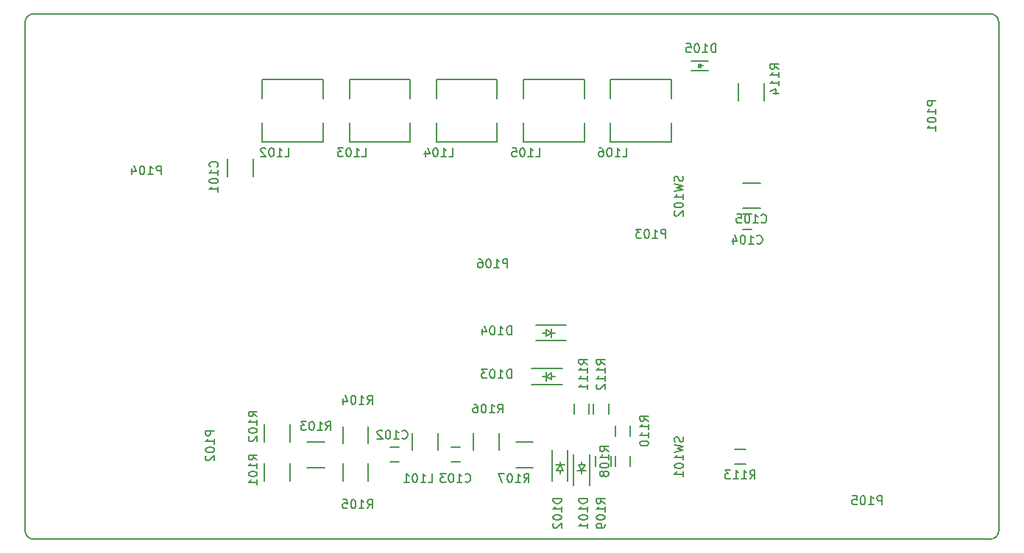
<source format=gbo>
G04 #@! TF.FileFunction,Legend,Bot*
%FSLAX46Y46*%
G04 Gerber Fmt 4.6, Leading zero omitted, Abs format (unit mm)*
G04 Created by KiCad (PCBNEW 4.0.2-stable) date Sun Jun 26 23:15:05 2016*
%MOMM*%
G01*
G04 APERTURE LIST*
%ADD10C,0.100000*%
%ADD11C,0.150000*%
G04 APERTURE END LIST*
D10*
D11*
X126760123Y-106415371D02*
X127760123Y-106415371D01*
X127760123Y-108115371D02*
X126760123Y-108115371D01*
X133760123Y-106415371D02*
X134760123Y-106415371D01*
X134760123Y-108115371D02*
X133760123Y-108115371D01*
X168306554Y-81299138D02*
X167306554Y-81299138D01*
X167306554Y-79599138D02*
X168306554Y-79599138D01*
X148760123Y-108447871D02*
X148760123Y-108066871D01*
X148760123Y-109463871D02*
X148760123Y-109082871D01*
X148760123Y-109082871D02*
X149141123Y-108447871D01*
X149141123Y-108447871D02*
X148379123Y-108447871D01*
X148379123Y-108447871D02*
X148760123Y-109082871D01*
X149268123Y-109082871D02*
X148252123Y-109082871D01*
X147860123Y-110765371D02*
X147860123Y-107225371D01*
X149660123Y-110765371D02*
X149660123Y-107225371D01*
X146260123Y-109082871D02*
X146260123Y-109463871D01*
X146260123Y-108066871D02*
X146260123Y-108447871D01*
X146260123Y-108447871D02*
X145879123Y-109082871D01*
X145879123Y-109082871D02*
X146641123Y-109082871D01*
X146641123Y-109082871D02*
X146260123Y-108447871D01*
X145752123Y-108447871D02*
X146768123Y-108447871D01*
X147160123Y-106765371D02*
X147160123Y-110305371D01*
X145360123Y-106765371D02*
X145360123Y-110305371D01*
X145327623Y-98265371D02*
X145708623Y-98265371D01*
X144311623Y-98265371D02*
X144692623Y-98265371D01*
X144692623Y-98265371D02*
X145327623Y-98646371D01*
X145327623Y-98646371D02*
X145327623Y-97884371D01*
X145327623Y-97884371D02*
X144692623Y-98265371D01*
X144692623Y-98773371D02*
X144692623Y-97757371D01*
X143010123Y-97365371D02*
X146550123Y-97365371D01*
X143010123Y-99165371D02*
X146550123Y-99165371D01*
X144692623Y-93265371D02*
X144311623Y-93265371D01*
X145708623Y-93265371D02*
X145327623Y-93265371D01*
X145327623Y-93265371D02*
X144692623Y-92884371D01*
X144692623Y-92884371D02*
X144692623Y-93646371D01*
X144692623Y-93646371D02*
X145327623Y-93265371D01*
X145327623Y-92757371D02*
X145327623Y-93773371D01*
X147010123Y-94165371D02*
X143470123Y-94165371D01*
X147010123Y-92365371D02*
X143470123Y-92365371D01*
X129285123Y-104765371D02*
X129285123Y-106765371D01*
X132235123Y-106765371D02*
X132235123Y-104765371D01*
X115235123Y-110265371D02*
X115235123Y-108265371D01*
X112285123Y-108265371D02*
X112285123Y-110265371D01*
X112285123Y-103815371D02*
X112285123Y-105815371D01*
X115235123Y-105815371D02*
X115235123Y-103815371D01*
X117210123Y-108740371D02*
X119210123Y-108740371D01*
X119210123Y-105790371D02*
X117210123Y-105790371D01*
X121285123Y-104015371D02*
X121285123Y-106015371D01*
X124235123Y-106015371D02*
X124235123Y-104015371D01*
X124235123Y-110265371D02*
X124235123Y-108265371D01*
X121285123Y-108265371D02*
X121285123Y-110265371D01*
X136285123Y-104765371D02*
X136285123Y-106765371D01*
X139235123Y-106765371D02*
X139235123Y-104765371D01*
X141210123Y-108740371D02*
X143210123Y-108740371D01*
X143210123Y-105790371D02*
X141210123Y-105790371D01*
X154385123Y-108615371D02*
X154385123Y-107415371D01*
X152635123Y-107415371D02*
X152635123Y-108615371D01*
X152135123Y-108615371D02*
X152135123Y-107415371D01*
X150385123Y-107415371D02*
X150385123Y-108615371D01*
X154385123Y-105115371D02*
X154385123Y-103915371D01*
X152635123Y-103915371D02*
X152635123Y-105115371D01*
X149635123Y-102615371D02*
X149635123Y-101415371D01*
X147885123Y-101415371D02*
X147885123Y-102615371D01*
X151885123Y-102615371D02*
X151885123Y-101415371D01*
X150135123Y-101415371D02*
X150135123Y-102615371D01*
X167600000Y-106625000D02*
X166400000Y-106625000D01*
X166400000Y-108375000D02*
X167600000Y-108375000D01*
X112006554Y-66199138D02*
X112006554Y-64099138D01*
X119006554Y-66199138D02*
X119006554Y-64099138D01*
X119006554Y-71299138D02*
X119006554Y-69199138D01*
X112006554Y-69199138D02*
X112006554Y-71299138D01*
X119006554Y-66199138D02*
X119006554Y-66299138D01*
X119006554Y-69199138D02*
X119006554Y-69099138D01*
X112006554Y-69199138D02*
X112006554Y-69099138D01*
X112006554Y-66199138D02*
X112006554Y-66299138D01*
X119006554Y-71299138D02*
X112006554Y-71299138D01*
X112006554Y-64099138D02*
X119006554Y-64099138D01*
X122056554Y-66199138D02*
X122056554Y-64099138D01*
X129056554Y-66199138D02*
X129056554Y-64099138D01*
X129056554Y-71299138D02*
X129056554Y-69199138D01*
X122056554Y-69199138D02*
X122056554Y-71299138D01*
X129056554Y-66199138D02*
X129056554Y-66299138D01*
X129056554Y-69199138D02*
X129056554Y-69099138D01*
X122056554Y-69199138D02*
X122056554Y-69099138D01*
X122056554Y-66199138D02*
X122056554Y-66299138D01*
X129056554Y-71299138D02*
X122056554Y-71299138D01*
X122056554Y-64099138D02*
X129056554Y-64099138D01*
X132056554Y-66199138D02*
X132056554Y-64099138D01*
X139056554Y-66199138D02*
X139056554Y-64099138D01*
X139056554Y-71299138D02*
X139056554Y-69199138D01*
X132056554Y-69199138D02*
X132056554Y-71299138D01*
X139056554Y-66199138D02*
X139056554Y-66299138D01*
X139056554Y-69199138D02*
X139056554Y-69099138D01*
X132056554Y-69199138D02*
X132056554Y-69099138D01*
X132056554Y-66199138D02*
X132056554Y-66299138D01*
X139056554Y-71299138D02*
X132056554Y-71299138D01*
X132056554Y-64099138D02*
X139056554Y-64099138D01*
X142056554Y-66199138D02*
X142056554Y-64099138D01*
X149056554Y-66199138D02*
X149056554Y-64099138D01*
X149056554Y-71299138D02*
X149056554Y-69199138D01*
X142056554Y-69199138D02*
X142056554Y-71299138D01*
X149056554Y-66199138D02*
X149056554Y-66299138D01*
X149056554Y-69199138D02*
X149056554Y-69099138D01*
X142056554Y-69199138D02*
X142056554Y-69099138D01*
X142056554Y-66199138D02*
X142056554Y-66299138D01*
X149056554Y-71299138D02*
X142056554Y-71299138D01*
X142056554Y-64099138D02*
X149056554Y-64099138D01*
X152056554Y-66199138D02*
X152056554Y-64099138D01*
X159056554Y-66199138D02*
X159056554Y-64099138D01*
X159056554Y-71299138D02*
X159056554Y-69199138D01*
X152056554Y-69199138D02*
X152056554Y-71299138D01*
X159056554Y-66199138D02*
X159056554Y-66299138D01*
X159056554Y-69199138D02*
X159056554Y-69099138D01*
X152056554Y-69199138D02*
X152056554Y-69099138D01*
X152056554Y-66199138D02*
X152056554Y-66299138D01*
X159056554Y-71299138D02*
X152056554Y-71299138D01*
X152056554Y-64099138D02*
X159056554Y-64099138D01*
X169306554Y-78924138D02*
X167306554Y-78924138D01*
X167306554Y-75974138D02*
X169306554Y-75974138D01*
X85750000Y-56500000D02*
X195750000Y-56500000D01*
X84750000Y-57500000D02*
X84750000Y-116000000D01*
X84750000Y-57500000D02*
G75*
G02X85750000Y-56500000I1000000J0D01*
G01*
X85750000Y-117000000D02*
X195750000Y-117000000D01*
X85750000Y-117000000D02*
G75*
G02X84750000Y-116000000I0J1000000D01*
G01*
X196750000Y-116000000D02*
X196750000Y-57500000D01*
X196750000Y-116000000D02*
G75*
G02X195750000Y-117000000I-1000000J0D01*
G01*
X195750000Y-56500000D02*
G75*
G02X196750000Y-57500000I0J-1000000D01*
G01*
X110975000Y-73250000D02*
X110975000Y-75250000D01*
X108025000Y-75250000D02*
X108025000Y-73250000D01*
X161400000Y-61950000D02*
X163300000Y-61950000D01*
X161400000Y-63050000D02*
X163300000Y-63050000D01*
X162300000Y-62500000D02*
X162750000Y-62500000D01*
X162250000Y-62750000D02*
X162250000Y-62250000D01*
X162250000Y-62500000D02*
X162500000Y-62750000D01*
X162500000Y-62750000D02*
X162500000Y-62250000D01*
X162500000Y-62250000D02*
X162250000Y-62500000D01*
X169725000Y-66500000D02*
X169725000Y-64500000D01*
X166775000Y-64500000D02*
X166775000Y-66500000D01*
X128119047Y-105357143D02*
X128166666Y-105404762D01*
X128309523Y-105452381D01*
X128404761Y-105452381D01*
X128547619Y-105404762D01*
X128642857Y-105309524D01*
X128690476Y-105214286D01*
X128738095Y-105023810D01*
X128738095Y-104880952D01*
X128690476Y-104690476D01*
X128642857Y-104595238D01*
X128547619Y-104500000D01*
X128404761Y-104452381D01*
X128309523Y-104452381D01*
X128166666Y-104500000D01*
X128119047Y-104547619D01*
X127166666Y-105452381D02*
X127738095Y-105452381D01*
X127452381Y-105452381D02*
X127452381Y-104452381D01*
X127547619Y-104595238D01*
X127642857Y-104690476D01*
X127738095Y-104738095D01*
X126547619Y-104452381D02*
X126452380Y-104452381D01*
X126357142Y-104500000D01*
X126309523Y-104547619D01*
X126261904Y-104642857D01*
X126214285Y-104833333D01*
X126214285Y-105071429D01*
X126261904Y-105261905D01*
X126309523Y-105357143D01*
X126357142Y-105404762D01*
X126452380Y-105452381D01*
X126547619Y-105452381D01*
X126642857Y-105404762D01*
X126690476Y-105357143D01*
X126738095Y-105261905D01*
X126785714Y-105071429D01*
X126785714Y-104833333D01*
X126738095Y-104642857D01*
X126690476Y-104547619D01*
X126642857Y-104500000D01*
X126547619Y-104452381D01*
X125833333Y-104547619D02*
X125785714Y-104500000D01*
X125690476Y-104452381D01*
X125452380Y-104452381D01*
X125357142Y-104500000D01*
X125309523Y-104547619D01*
X125261904Y-104642857D01*
X125261904Y-104738095D01*
X125309523Y-104880952D01*
X125880952Y-105452381D01*
X125261904Y-105452381D01*
X135379170Y-110357143D02*
X135426789Y-110404762D01*
X135569646Y-110452381D01*
X135664884Y-110452381D01*
X135807742Y-110404762D01*
X135902980Y-110309524D01*
X135950599Y-110214286D01*
X135998218Y-110023810D01*
X135998218Y-109880952D01*
X135950599Y-109690476D01*
X135902980Y-109595238D01*
X135807742Y-109500000D01*
X135664884Y-109452381D01*
X135569646Y-109452381D01*
X135426789Y-109500000D01*
X135379170Y-109547619D01*
X134426789Y-110452381D02*
X134998218Y-110452381D01*
X134712504Y-110452381D02*
X134712504Y-109452381D01*
X134807742Y-109595238D01*
X134902980Y-109690476D01*
X134998218Y-109738095D01*
X133807742Y-109452381D02*
X133712503Y-109452381D01*
X133617265Y-109500000D01*
X133569646Y-109547619D01*
X133522027Y-109642857D01*
X133474408Y-109833333D01*
X133474408Y-110071429D01*
X133522027Y-110261905D01*
X133569646Y-110357143D01*
X133617265Y-110404762D01*
X133712503Y-110452381D01*
X133807742Y-110452381D01*
X133902980Y-110404762D01*
X133950599Y-110357143D01*
X133998218Y-110261905D01*
X134045837Y-110071429D01*
X134045837Y-109833333D01*
X133998218Y-109642857D01*
X133950599Y-109547619D01*
X133902980Y-109500000D01*
X133807742Y-109452381D01*
X133141075Y-109452381D02*
X132522027Y-109452381D01*
X132855361Y-109833333D01*
X132712503Y-109833333D01*
X132617265Y-109880952D01*
X132569646Y-109928571D01*
X132522027Y-110023810D01*
X132522027Y-110261905D01*
X132569646Y-110357143D01*
X132617265Y-110404762D01*
X132712503Y-110452381D01*
X132998218Y-110452381D01*
X133093456Y-110404762D01*
X133141075Y-110357143D01*
X168925601Y-82906281D02*
X168973220Y-82953900D01*
X169116077Y-83001519D01*
X169211315Y-83001519D01*
X169354173Y-82953900D01*
X169449411Y-82858662D01*
X169497030Y-82763424D01*
X169544649Y-82572948D01*
X169544649Y-82430090D01*
X169497030Y-82239614D01*
X169449411Y-82144376D01*
X169354173Y-82049138D01*
X169211315Y-82001519D01*
X169116077Y-82001519D01*
X168973220Y-82049138D01*
X168925601Y-82096757D01*
X167973220Y-83001519D02*
X168544649Y-83001519D01*
X168258935Y-83001519D02*
X168258935Y-82001519D01*
X168354173Y-82144376D01*
X168449411Y-82239614D01*
X168544649Y-82287233D01*
X167354173Y-82001519D02*
X167258934Y-82001519D01*
X167163696Y-82049138D01*
X167116077Y-82096757D01*
X167068458Y-82191995D01*
X167020839Y-82382471D01*
X167020839Y-82620567D01*
X167068458Y-82811043D01*
X167116077Y-82906281D01*
X167163696Y-82953900D01*
X167258934Y-83001519D01*
X167354173Y-83001519D01*
X167449411Y-82953900D01*
X167497030Y-82906281D01*
X167544649Y-82811043D01*
X167592268Y-82620567D01*
X167592268Y-82382471D01*
X167544649Y-82191995D01*
X167497030Y-82096757D01*
X167449411Y-82049138D01*
X167354173Y-82001519D01*
X166163696Y-82334852D02*
X166163696Y-83001519D01*
X166401792Y-81953900D02*
X166639887Y-82668186D01*
X166020839Y-82668186D01*
X149452381Y-112309524D02*
X148452381Y-112309524D01*
X148452381Y-112547619D01*
X148500000Y-112690477D01*
X148595238Y-112785715D01*
X148690476Y-112833334D01*
X148880952Y-112880953D01*
X149023810Y-112880953D01*
X149214286Y-112833334D01*
X149309524Y-112785715D01*
X149404762Y-112690477D01*
X149452381Y-112547619D01*
X149452381Y-112309524D01*
X149452381Y-113833334D02*
X149452381Y-113261905D01*
X149452381Y-113547619D02*
X148452381Y-113547619D01*
X148595238Y-113452381D01*
X148690476Y-113357143D01*
X148738095Y-113261905D01*
X148452381Y-114452381D02*
X148452381Y-114547620D01*
X148500000Y-114642858D01*
X148547619Y-114690477D01*
X148642857Y-114738096D01*
X148833333Y-114785715D01*
X149071429Y-114785715D01*
X149261905Y-114738096D01*
X149357143Y-114690477D01*
X149404762Y-114642858D01*
X149452381Y-114547620D01*
X149452381Y-114452381D01*
X149404762Y-114357143D01*
X149357143Y-114309524D01*
X149261905Y-114261905D01*
X149071429Y-114214286D01*
X148833333Y-114214286D01*
X148642857Y-114261905D01*
X148547619Y-114309524D01*
X148500000Y-114357143D01*
X148452381Y-114452381D01*
X149452381Y-115738096D02*
X149452381Y-115166667D01*
X149452381Y-115452381D02*
X148452381Y-115452381D01*
X148595238Y-115357143D01*
X148690476Y-115261905D01*
X148738095Y-115166667D01*
X146452381Y-112309524D02*
X145452381Y-112309524D01*
X145452381Y-112547619D01*
X145500000Y-112690477D01*
X145595238Y-112785715D01*
X145690476Y-112833334D01*
X145880952Y-112880953D01*
X146023810Y-112880953D01*
X146214286Y-112833334D01*
X146309524Y-112785715D01*
X146404762Y-112690477D01*
X146452381Y-112547619D01*
X146452381Y-112309524D01*
X146452381Y-113833334D02*
X146452381Y-113261905D01*
X146452381Y-113547619D02*
X145452381Y-113547619D01*
X145595238Y-113452381D01*
X145690476Y-113357143D01*
X145738095Y-113261905D01*
X145452381Y-114452381D02*
X145452381Y-114547620D01*
X145500000Y-114642858D01*
X145547619Y-114690477D01*
X145642857Y-114738096D01*
X145833333Y-114785715D01*
X146071429Y-114785715D01*
X146261905Y-114738096D01*
X146357143Y-114690477D01*
X146404762Y-114642858D01*
X146452381Y-114547620D01*
X146452381Y-114452381D01*
X146404762Y-114357143D01*
X146357143Y-114309524D01*
X146261905Y-114261905D01*
X146071429Y-114214286D01*
X145833333Y-114214286D01*
X145642857Y-114261905D01*
X145547619Y-114309524D01*
X145500000Y-114357143D01*
X145452381Y-114452381D01*
X145547619Y-115166667D02*
X145500000Y-115214286D01*
X145452381Y-115309524D01*
X145452381Y-115547620D01*
X145500000Y-115642858D01*
X145547619Y-115690477D01*
X145642857Y-115738096D01*
X145738095Y-115738096D01*
X145880952Y-115690477D01*
X146452381Y-115119048D01*
X146452381Y-115738096D01*
X140690476Y-98452381D02*
X140690476Y-97452381D01*
X140452381Y-97452381D01*
X140309523Y-97500000D01*
X140214285Y-97595238D01*
X140166666Y-97690476D01*
X140119047Y-97880952D01*
X140119047Y-98023810D01*
X140166666Y-98214286D01*
X140214285Y-98309524D01*
X140309523Y-98404762D01*
X140452381Y-98452381D01*
X140690476Y-98452381D01*
X139166666Y-98452381D02*
X139738095Y-98452381D01*
X139452381Y-98452381D02*
X139452381Y-97452381D01*
X139547619Y-97595238D01*
X139642857Y-97690476D01*
X139738095Y-97738095D01*
X138547619Y-97452381D02*
X138452380Y-97452381D01*
X138357142Y-97500000D01*
X138309523Y-97547619D01*
X138261904Y-97642857D01*
X138214285Y-97833333D01*
X138214285Y-98071429D01*
X138261904Y-98261905D01*
X138309523Y-98357143D01*
X138357142Y-98404762D01*
X138452380Y-98452381D01*
X138547619Y-98452381D01*
X138642857Y-98404762D01*
X138690476Y-98357143D01*
X138738095Y-98261905D01*
X138785714Y-98071429D01*
X138785714Y-97833333D01*
X138738095Y-97642857D01*
X138690476Y-97547619D01*
X138642857Y-97500000D01*
X138547619Y-97452381D01*
X137880952Y-97452381D02*
X137261904Y-97452381D01*
X137595238Y-97833333D01*
X137452380Y-97833333D01*
X137357142Y-97880952D01*
X137309523Y-97928571D01*
X137261904Y-98023810D01*
X137261904Y-98261905D01*
X137309523Y-98357143D01*
X137357142Y-98404762D01*
X137452380Y-98452381D01*
X137738095Y-98452381D01*
X137833333Y-98404762D01*
X137880952Y-98357143D01*
X140690476Y-93452381D02*
X140690476Y-92452381D01*
X140452381Y-92452381D01*
X140309523Y-92500000D01*
X140214285Y-92595238D01*
X140166666Y-92690476D01*
X140119047Y-92880952D01*
X140119047Y-93023810D01*
X140166666Y-93214286D01*
X140214285Y-93309524D01*
X140309523Y-93404762D01*
X140452381Y-93452381D01*
X140690476Y-93452381D01*
X139166666Y-93452381D02*
X139738095Y-93452381D01*
X139452381Y-93452381D02*
X139452381Y-92452381D01*
X139547619Y-92595238D01*
X139642857Y-92690476D01*
X139738095Y-92738095D01*
X138547619Y-92452381D02*
X138452380Y-92452381D01*
X138357142Y-92500000D01*
X138309523Y-92547619D01*
X138261904Y-92642857D01*
X138214285Y-92833333D01*
X138214285Y-93071429D01*
X138261904Y-93261905D01*
X138309523Y-93357143D01*
X138357142Y-93404762D01*
X138452380Y-93452381D01*
X138547619Y-93452381D01*
X138642857Y-93404762D01*
X138690476Y-93357143D01*
X138738095Y-93261905D01*
X138785714Y-93071429D01*
X138785714Y-92833333D01*
X138738095Y-92642857D01*
X138690476Y-92547619D01*
X138642857Y-92500000D01*
X138547619Y-92452381D01*
X137357142Y-92785714D02*
X137357142Y-93452381D01*
X137595238Y-92404762D02*
X137833333Y-93119048D01*
X137214285Y-93119048D01*
X131119047Y-110452381D02*
X131595238Y-110452381D01*
X131595238Y-109452381D01*
X130261904Y-110452381D02*
X130833333Y-110452381D01*
X130547619Y-110452381D02*
X130547619Y-109452381D01*
X130642857Y-109595238D01*
X130738095Y-109690476D01*
X130833333Y-109738095D01*
X129642857Y-109452381D02*
X129547618Y-109452381D01*
X129452380Y-109500000D01*
X129404761Y-109547619D01*
X129357142Y-109642857D01*
X129309523Y-109833333D01*
X129309523Y-110071429D01*
X129357142Y-110261905D01*
X129404761Y-110357143D01*
X129452380Y-110404762D01*
X129547618Y-110452381D01*
X129642857Y-110452381D01*
X129738095Y-110404762D01*
X129785714Y-110357143D01*
X129833333Y-110261905D01*
X129880952Y-110071429D01*
X129880952Y-109833333D01*
X129833333Y-109642857D01*
X129785714Y-109547619D01*
X129738095Y-109500000D01*
X129642857Y-109452381D01*
X128357142Y-110452381D02*
X128928571Y-110452381D01*
X128642857Y-110452381D02*
X128642857Y-109452381D01*
X128738095Y-109595238D01*
X128833333Y-109690476D01*
X128928571Y-109738095D01*
X158450599Y-82327752D02*
X158450599Y-81327752D01*
X158069646Y-81327752D01*
X157974408Y-81375371D01*
X157926789Y-81422990D01*
X157879170Y-81518228D01*
X157879170Y-81661085D01*
X157926789Y-81756323D01*
X157974408Y-81803942D01*
X158069646Y-81851561D01*
X158450599Y-81851561D01*
X156926789Y-82327752D02*
X157498218Y-82327752D01*
X157212504Y-82327752D02*
X157212504Y-81327752D01*
X157307742Y-81470609D01*
X157402980Y-81565847D01*
X157498218Y-81613466D01*
X156307742Y-81327752D02*
X156212503Y-81327752D01*
X156117265Y-81375371D01*
X156069646Y-81422990D01*
X156022027Y-81518228D01*
X155974408Y-81708704D01*
X155974408Y-81946800D01*
X156022027Y-82137276D01*
X156069646Y-82232514D01*
X156117265Y-82280133D01*
X156212503Y-82327752D01*
X156307742Y-82327752D01*
X156402980Y-82280133D01*
X156450599Y-82232514D01*
X156498218Y-82137276D01*
X156545837Y-81946800D01*
X156545837Y-81708704D01*
X156498218Y-81518228D01*
X156450599Y-81422990D01*
X156402980Y-81375371D01*
X156307742Y-81327752D01*
X155641075Y-81327752D02*
X155022027Y-81327752D01*
X155355361Y-81708704D01*
X155212503Y-81708704D01*
X155117265Y-81756323D01*
X155069646Y-81803942D01*
X155022027Y-81899181D01*
X155022027Y-82137276D01*
X155069646Y-82232514D01*
X155117265Y-82280133D01*
X155212503Y-82327752D01*
X155498218Y-82327752D01*
X155593456Y-82280133D01*
X155641075Y-82232514D01*
X111452381Y-107880953D02*
X110976190Y-107547619D01*
X111452381Y-107309524D02*
X110452381Y-107309524D01*
X110452381Y-107690477D01*
X110500000Y-107785715D01*
X110547619Y-107833334D01*
X110642857Y-107880953D01*
X110785714Y-107880953D01*
X110880952Y-107833334D01*
X110928571Y-107785715D01*
X110976190Y-107690477D01*
X110976190Y-107309524D01*
X111452381Y-108833334D02*
X111452381Y-108261905D01*
X111452381Y-108547619D02*
X110452381Y-108547619D01*
X110595238Y-108452381D01*
X110690476Y-108357143D01*
X110738095Y-108261905D01*
X110452381Y-109452381D02*
X110452381Y-109547620D01*
X110500000Y-109642858D01*
X110547619Y-109690477D01*
X110642857Y-109738096D01*
X110833333Y-109785715D01*
X111071429Y-109785715D01*
X111261905Y-109738096D01*
X111357143Y-109690477D01*
X111404762Y-109642858D01*
X111452381Y-109547620D01*
X111452381Y-109452381D01*
X111404762Y-109357143D01*
X111357143Y-109309524D01*
X111261905Y-109261905D01*
X111071429Y-109214286D01*
X110833333Y-109214286D01*
X110642857Y-109261905D01*
X110547619Y-109309524D01*
X110500000Y-109357143D01*
X110452381Y-109452381D01*
X111452381Y-110738096D02*
X111452381Y-110166667D01*
X111452381Y-110452381D02*
X110452381Y-110452381D01*
X110595238Y-110357143D01*
X110690476Y-110261905D01*
X110738095Y-110166667D01*
X111452381Y-102880953D02*
X110976190Y-102547619D01*
X111452381Y-102309524D02*
X110452381Y-102309524D01*
X110452381Y-102690477D01*
X110500000Y-102785715D01*
X110547619Y-102833334D01*
X110642857Y-102880953D01*
X110785714Y-102880953D01*
X110880952Y-102833334D01*
X110928571Y-102785715D01*
X110976190Y-102690477D01*
X110976190Y-102309524D01*
X111452381Y-103833334D02*
X111452381Y-103261905D01*
X111452381Y-103547619D02*
X110452381Y-103547619D01*
X110595238Y-103452381D01*
X110690476Y-103357143D01*
X110738095Y-103261905D01*
X110452381Y-104452381D02*
X110452381Y-104547620D01*
X110500000Y-104642858D01*
X110547619Y-104690477D01*
X110642857Y-104738096D01*
X110833333Y-104785715D01*
X111071429Y-104785715D01*
X111261905Y-104738096D01*
X111357143Y-104690477D01*
X111404762Y-104642858D01*
X111452381Y-104547620D01*
X111452381Y-104452381D01*
X111404762Y-104357143D01*
X111357143Y-104309524D01*
X111261905Y-104261905D01*
X111071429Y-104214286D01*
X110833333Y-104214286D01*
X110642857Y-104261905D01*
X110547619Y-104309524D01*
X110500000Y-104357143D01*
X110452381Y-104452381D01*
X110547619Y-105166667D02*
X110500000Y-105214286D01*
X110452381Y-105309524D01*
X110452381Y-105547620D01*
X110500000Y-105642858D01*
X110547619Y-105690477D01*
X110642857Y-105738096D01*
X110738095Y-105738096D01*
X110880952Y-105690477D01*
X111452381Y-105119048D01*
X111452381Y-105738096D01*
X119329170Y-104452381D02*
X119662504Y-103976190D01*
X119900599Y-104452381D02*
X119900599Y-103452381D01*
X119519646Y-103452381D01*
X119424408Y-103500000D01*
X119376789Y-103547619D01*
X119329170Y-103642857D01*
X119329170Y-103785714D01*
X119376789Y-103880952D01*
X119424408Y-103928571D01*
X119519646Y-103976190D01*
X119900599Y-103976190D01*
X118376789Y-104452381D02*
X118948218Y-104452381D01*
X118662504Y-104452381D02*
X118662504Y-103452381D01*
X118757742Y-103595238D01*
X118852980Y-103690476D01*
X118948218Y-103738095D01*
X117757742Y-103452381D02*
X117662503Y-103452381D01*
X117567265Y-103500000D01*
X117519646Y-103547619D01*
X117472027Y-103642857D01*
X117424408Y-103833333D01*
X117424408Y-104071429D01*
X117472027Y-104261905D01*
X117519646Y-104357143D01*
X117567265Y-104404762D01*
X117662503Y-104452381D01*
X117757742Y-104452381D01*
X117852980Y-104404762D01*
X117900599Y-104357143D01*
X117948218Y-104261905D01*
X117995837Y-104071429D01*
X117995837Y-103833333D01*
X117948218Y-103642857D01*
X117900599Y-103547619D01*
X117852980Y-103500000D01*
X117757742Y-103452381D01*
X117091075Y-103452381D02*
X116472027Y-103452381D01*
X116805361Y-103833333D01*
X116662503Y-103833333D01*
X116567265Y-103880952D01*
X116519646Y-103928571D01*
X116472027Y-104023810D01*
X116472027Y-104261905D01*
X116519646Y-104357143D01*
X116567265Y-104404762D01*
X116662503Y-104452381D01*
X116948218Y-104452381D01*
X117043456Y-104404762D01*
X117091075Y-104357143D01*
X124119047Y-101452381D02*
X124452381Y-100976190D01*
X124690476Y-101452381D02*
X124690476Y-100452381D01*
X124309523Y-100452381D01*
X124214285Y-100500000D01*
X124166666Y-100547619D01*
X124119047Y-100642857D01*
X124119047Y-100785714D01*
X124166666Y-100880952D01*
X124214285Y-100928571D01*
X124309523Y-100976190D01*
X124690476Y-100976190D01*
X123166666Y-101452381D02*
X123738095Y-101452381D01*
X123452381Y-101452381D02*
X123452381Y-100452381D01*
X123547619Y-100595238D01*
X123642857Y-100690476D01*
X123738095Y-100738095D01*
X122547619Y-100452381D02*
X122452380Y-100452381D01*
X122357142Y-100500000D01*
X122309523Y-100547619D01*
X122261904Y-100642857D01*
X122214285Y-100833333D01*
X122214285Y-101071429D01*
X122261904Y-101261905D01*
X122309523Y-101357143D01*
X122357142Y-101404762D01*
X122452380Y-101452381D01*
X122547619Y-101452381D01*
X122642857Y-101404762D01*
X122690476Y-101357143D01*
X122738095Y-101261905D01*
X122785714Y-101071429D01*
X122785714Y-100833333D01*
X122738095Y-100642857D01*
X122690476Y-100547619D01*
X122642857Y-100500000D01*
X122547619Y-100452381D01*
X121357142Y-100785714D02*
X121357142Y-101452381D01*
X121595238Y-100404762D02*
X121833333Y-101119048D01*
X121214285Y-101119048D01*
X124119047Y-113452381D02*
X124452381Y-112976190D01*
X124690476Y-113452381D02*
X124690476Y-112452381D01*
X124309523Y-112452381D01*
X124214285Y-112500000D01*
X124166666Y-112547619D01*
X124119047Y-112642857D01*
X124119047Y-112785714D01*
X124166666Y-112880952D01*
X124214285Y-112928571D01*
X124309523Y-112976190D01*
X124690476Y-112976190D01*
X123166666Y-113452381D02*
X123738095Y-113452381D01*
X123452381Y-113452381D02*
X123452381Y-112452381D01*
X123547619Y-112595238D01*
X123642857Y-112690476D01*
X123738095Y-112738095D01*
X122547619Y-112452381D02*
X122452380Y-112452381D01*
X122357142Y-112500000D01*
X122309523Y-112547619D01*
X122261904Y-112642857D01*
X122214285Y-112833333D01*
X122214285Y-113071429D01*
X122261904Y-113261905D01*
X122309523Y-113357143D01*
X122357142Y-113404762D01*
X122452380Y-113452381D01*
X122547619Y-113452381D01*
X122642857Y-113404762D01*
X122690476Y-113357143D01*
X122738095Y-113261905D01*
X122785714Y-113071429D01*
X122785714Y-112833333D01*
X122738095Y-112642857D01*
X122690476Y-112547619D01*
X122642857Y-112500000D01*
X122547619Y-112452381D01*
X121309523Y-112452381D02*
X121785714Y-112452381D01*
X121833333Y-112928571D01*
X121785714Y-112880952D01*
X121690476Y-112833333D01*
X121452380Y-112833333D01*
X121357142Y-112880952D01*
X121309523Y-112928571D01*
X121261904Y-113023810D01*
X121261904Y-113261905D01*
X121309523Y-113357143D01*
X121357142Y-113404762D01*
X121452380Y-113452381D01*
X121690476Y-113452381D01*
X121785714Y-113404762D01*
X121833333Y-113357143D01*
X139119047Y-102452381D02*
X139452381Y-101976190D01*
X139690476Y-102452381D02*
X139690476Y-101452381D01*
X139309523Y-101452381D01*
X139214285Y-101500000D01*
X139166666Y-101547619D01*
X139119047Y-101642857D01*
X139119047Y-101785714D01*
X139166666Y-101880952D01*
X139214285Y-101928571D01*
X139309523Y-101976190D01*
X139690476Y-101976190D01*
X138166666Y-102452381D02*
X138738095Y-102452381D01*
X138452381Y-102452381D02*
X138452381Y-101452381D01*
X138547619Y-101595238D01*
X138642857Y-101690476D01*
X138738095Y-101738095D01*
X137547619Y-101452381D02*
X137452380Y-101452381D01*
X137357142Y-101500000D01*
X137309523Y-101547619D01*
X137261904Y-101642857D01*
X137214285Y-101833333D01*
X137214285Y-102071429D01*
X137261904Y-102261905D01*
X137309523Y-102357143D01*
X137357142Y-102404762D01*
X137452380Y-102452381D01*
X137547619Y-102452381D01*
X137642857Y-102404762D01*
X137690476Y-102357143D01*
X137738095Y-102261905D01*
X137785714Y-102071429D01*
X137785714Y-101833333D01*
X137738095Y-101642857D01*
X137690476Y-101547619D01*
X137642857Y-101500000D01*
X137547619Y-101452381D01*
X136357142Y-101452381D02*
X136547619Y-101452381D01*
X136642857Y-101500000D01*
X136690476Y-101547619D01*
X136785714Y-101690476D01*
X136833333Y-101880952D01*
X136833333Y-102261905D01*
X136785714Y-102357143D01*
X136738095Y-102404762D01*
X136642857Y-102452381D01*
X136452380Y-102452381D01*
X136357142Y-102404762D01*
X136309523Y-102357143D01*
X136261904Y-102261905D01*
X136261904Y-102023810D01*
X136309523Y-101928571D01*
X136357142Y-101880952D01*
X136452380Y-101833333D01*
X136642857Y-101833333D01*
X136738095Y-101880952D01*
X136785714Y-101928571D01*
X136833333Y-102023810D01*
X142119047Y-110452381D02*
X142452381Y-109976190D01*
X142690476Y-110452381D02*
X142690476Y-109452381D01*
X142309523Y-109452381D01*
X142214285Y-109500000D01*
X142166666Y-109547619D01*
X142119047Y-109642857D01*
X142119047Y-109785714D01*
X142166666Y-109880952D01*
X142214285Y-109928571D01*
X142309523Y-109976190D01*
X142690476Y-109976190D01*
X141166666Y-110452381D02*
X141738095Y-110452381D01*
X141452381Y-110452381D02*
X141452381Y-109452381D01*
X141547619Y-109595238D01*
X141642857Y-109690476D01*
X141738095Y-109738095D01*
X140547619Y-109452381D02*
X140452380Y-109452381D01*
X140357142Y-109500000D01*
X140309523Y-109547619D01*
X140261904Y-109642857D01*
X140214285Y-109833333D01*
X140214285Y-110071429D01*
X140261904Y-110261905D01*
X140309523Y-110357143D01*
X140357142Y-110404762D01*
X140452380Y-110452381D01*
X140547619Y-110452381D01*
X140642857Y-110404762D01*
X140690476Y-110357143D01*
X140738095Y-110261905D01*
X140785714Y-110071429D01*
X140785714Y-109833333D01*
X140738095Y-109642857D01*
X140690476Y-109547619D01*
X140642857Y-109500000D01*
X140547619Y-109452381D01*
X139880952Y-109452381D02*
X139214285Y-109452381D01*
X139642857Y-110452381D01*
X151862504Y-106896324D02*
X151386313Y-106562990D01*
X151862504Y-106324895D02*
X150862504Y-106324895D01*
X150862504Y-106705848D01*
X150910123Y-106801086D01*
X150957742Y-106848705D01*
X151052980Y-106896324D01*
X151195837Y-106896324D01*
X151291075Y-106848705D01*
X151338694Y-106801086D01*
X151386313Y-106705848D01*
X151386313Y-106324895D01*
X151862504Y-107848705D02*
X151862504Y-107277276D01*
X151862504Y-107562990D02*
X150862504Y-107562990D01*
X151005361Y-107467752D01*
X151100599Y-107372514D01*
X151148218Y-107277276D01*
X150862504Y-108467752D02*
X150862504Y-108562991D01*
X150910123Y-108658229D01*
X150957742Y-108705848D01*
X151052980Y-108753467D01*
X151243456Y-108801086D01*
X151481552Y-108801086D01*
X151672028Y-108753467D01*
X151767266Y-108705848D01*
X151814885Y-108658229D01*
X151862504Y-108562991D01*
X151862504Y-108467752D01*
X151814885Y-108372514D01*
X151767266Y-108324895D01*
X151672028Y-108277276D01*
X151481552Y-108229657D01*
X151243456Y-108229657D01*
X151052980Y-108277276D01*
X150957742Y-108324895D01*
X150910123Y-108372514D01*
X150862504Y-108467752D01*
X151291075Y-109372514D02*
X151243456Y-109277276D01*
X151195837Y-109229657D01*
X151100599Y-109182038D01*
X151052980Y-109182038D01*
X150957742Y-109229657D01*
X150910123Y-109277276D01*
X150862504Y-109372514D01*
X150862504Y-109562991D01*
X150910123Y-109658229D01*
X150957742Y-109705848D01*
X151052980Y-109753467D01*
X151100599Y-109753467D01*
X151195837Y-109705848D01*
X151243456Y-109658229D01*
X151291075Y-109562991D01*
X151291075Y-109372514D01*
X151338694Y-109277276D01*
X151386313Y-109229657D01*
X151481552Y-109182038D01*
X151672028Y-109182038D01*
X151767266Y-109229657D01*
X151814885Y-109277276D01*
X151862504Y-109372514D01*
X151862504Y-109562991D01*
X151814885Y-109658229D01*
X151767266Y-109705848D01*
X151672028Y-109753467D01*
X151481552Y-109753467D01*
X151386313Y-109705848D01*
X151338694Y-109658229D01*
X151291075Y-109562991D01*
X151452381Y-112880953D02*
X150976190Y-112547619D01*
X151452381Y-112309524D02*
X150452381Y-112309524D01*
X150452381Y-112690477D01*
X150500000Y-112785715D01*
X150547619Y-112833334D01*
X150642857Y-112880953D01*
X150785714Y-112880953D01*
X150880952Y-112833334D01*
X150928571Y-112785715D01*
X150976190Y-112690477D01*
X150976190Y-112309524D01*
X151452381Y-113833334D02*
X151452381Y-113261905D01*
X151452381Y-113547619D02*
X150452381Y-113547619D01*
X150595238Y-113452381D01*
X150690476Y-113357143D01*
X150738095Y-113261905D01*
X150452381Y-114452381D02*
X150452381Y-114547620D01*
X150500000Y-114642858D01*
X150547619Y-114690477D01*
X150642857Y-114738096D01*
X150833333Y-114785715D01*
X151071429Y-114785715D01*
X151261905Y-114738096D01*
X151357143Y-114690477D01*
X151404762Y-114642858D01*
X151452381Y-114547620D01*
X151452381Y-114452381D01*
X151404762Y-114357143D01*
X151357143Y-114309524D01*
X151261905Y-114261905D01*
X151071429Y-114214286D01*
X150833333Y-114214286D01*
X150642857Y-114261905D01*
X150547619Y-114309524D01*
X150500000Y-114357143D01*
X150452381Y-114452381D01*
X151452381Y-115261905D02*
X151452381Y-115452381D01*
X151404762Y-115547620D01*
X151357143Y-115595239D01*
X151214286Y-115690477D01*
X151023810Y-115738096D01*
X150642857Y-115738096D01*
X150547619Y-115690477D01*
X150500000Y-115642858D01*
X150452381Y-115547620D01*
X150452381Y-115357143D01*
X150500000Y-115261905D01*
X150547619Y-115214286D01*
X150642857Y-115166667D01*
X150880952Y-115166667D01*
X150976190Y-115214286D01*
X151023810Y-115261905D01*
X151071429Y-115357143D01*
X151071429Y-115547620D01*
X151023810Y-115642858D01*
X150976190Y-115690477D01*
X150880952Y-115738096D01*
X156452381Y-103396324D02*
X155976190Y-103062990D01*
X156452381Y-102824895D02*
X155452381Y-102824895D01*
X155452381Y-103205848D01*
X155500000Y-103301086D01*
X155547619Y-103348705D01*
X155642857Y-103396324D01*
X155785714Y-103396324D01*
X155880952Y-103348705D01*
X155928571Y-103301086D01*
X155976190Y-103205848D01*
X155976190Y-102824895D01*
X156452381Y-104348705D02*
X156452381Y-103777276D01*
X156452381Y-104062990D02*
X155452381Y-104062990D01*
X155595238Y-103967752D01*
X155690476Y-103872514D01*
X155738095Y-103777276D01*
X156452381Y-105301086D02*
X156452381Y-104729657D01*
X156452381Y-105015371D02*
X155452381Y-105015371D01*
X155595238Y-104920133D01*
X155690476Y-104824895D01*
X155738095Y-104729657D01*
X155452381Y-105920133D02*
X155452381Y-106015372D01*
X155500000Y-106110610D01*
X155547619Y-106158229D01*
X155642857Y-106205848D01*
X155833333Y-106253467D01*
X156071429Y-106253467D01*
X156261905Y-106205848D01*
X156357143Y-106158229D01*
X156404762Y-106110610D01*
X156452381Y-106015372D01*
X156452381Y-105920133D01*
X156404762Y-105824895D01*
X156357143Y-105777276D01*
X156261905Y-105729657D01*
X156071429Y-105682038D01*
X155833333Y-105682038D01*
X155642857Y-105729657D01*
X155547619Y-105777276D01*
X155500000Y-105824895D01*
X155452381Y-105920133D01*
X149452381Y-96880953D02*
X148976190Y-96547619D01*
X149452381Y-96309524D02*
X148452381Y-96309524D01*
X148452381Y-96690477D01*
X148500000Y-96785715D01*
X148547619Y-96833334D01*
X148642857Y-96880953D01*
X148785714Y-96880953D01*
X148880952Y-96833334D01*
X148928571Y-96785715D01*
X148976190Y-96690477D01*
X148976190Y-96309524D01*
X149452381Y-97833334D02*
X149452381Y-97261905D01*
X149452381Y-97547619D02*
X148452381Y-97547619D01*
X148595238Y-97452381D01*
X148690476Y-97357143D01*
X148738095Y-97261905D01*
X149452381Y-98785715D02*
X149452381Y-98214286D01*
X149452381Y-98500000D02*
X148452381Y-98500000D01*
X148595238Y-98404762D01*
X148690476Y-98309524D01*
X148738095Y-98214286D01*
X149452381Y-99738096D02*
X149452381Y-99166667D01*
X149452381Y-99452381D02*
X148452381Y-99452381D01*
X148595238Y-99357143D01*
X148690476Y-99261905D01*
X148738095Y-99166667D01*
X151452381Y-96880953D02*
X150976190Y-96547619D01*
X151452381Y-96309524D02*
X150452381Y-96309524D01*
X150452381Y-96690477D01*
X150500000Y-96785715D01*
X150547619Y-96833334D01*
X150642857Y-96880953D01*
X150785714Y-96880953D01*
X150880952Y-96833334D01*
X150928571Y-96785715D01*
X150976190Y-96690477D01*
X150976190Y-96309524D01*
X151452381Y-97833334D02*
X151452381Y-97261905D01*
X151452381Y-97547619D02*
X150452381Y-97547619D01*
X150595238Y-97452381D01*
X150690476Y-97357143D01*
X150738095Y-97261905D01*
X151452381Y-98785715D02*
X151452381Y-98214286D01*
X151452381Y-98500000D02*
X150452381Y-98500000D01*
X150595238Y-98404762D01*
X150690476Y-98309524D01*
X150738095Y-98214286D01*
X150547619Y-99166667D02*
X150500000Y-99214286D01*
X150452381Y-99309524D01*
X150452381Y-99547620D01*
X150500000Y-99642858D01*
X150547619Y-99690477D01*
X150642857Y-99738096D01*
X150738095Y-99738096D01*
X150880952Y-99690477D01*
X151452381Y-99119048D01*
X151452381Y-99738096D01*
X168119047Y-110052381D02*
X168452381Y-109576190D01*
X168690476Y-110052381D02*
X168690476Y-109052381D01*
X168309523Y-109052381D01*
X168214285Y-109100000D01*
X168166666Y-109147619D01*
X168119047Y-109242857D01*
X168119047Y-109385714D01*
X168166666Y-109480952D01*
X168214285Y-109528571D01*
X168309523Y-109576190D01*
X168690476Y-109576190D01*
X167166666Y-110052381D02*
X167738095Y-110052381D01*
X167452381Y-110052381D02*
X167452381Y-109052381D01*
X167547619Y-109195238D01*
X167642857Y-109290476D01*
X167738095Y-109338095D01*
X166214285Y-110052381D02*
X166785714Y-110052381D01*
X166500000Y-110052381D02*
X166500000Y-109052381D01*
X166595238Y-109195238D01*
X166690476Y-109290476D01*
X166785714Y-109338095D01*
X165880952Y-109052381D02*
X165261904Y-109052381D01*
X165595238Y-109433333D01*
X165452380Y-109433333D01*
X165357142Y-109480952D01*
X165309523Y-109528571D01*
X165261904Y-109623810D01*
X165261904Y-109861905D01*
X165309523Y-109957143D01*
X165357142Y-110004762D01*
X165452380Y-110052381D01*
X165738095Y-110052381D01*
X165833333Y-110004762D01*
X165880952Y-109957143D01*
X160404762Y-105214286D02*
X160452381Y-105357143D01*
X160452381Y-105595239D01*
X160404762Y-105690477D01*
X160357143Y-105738096D01*
X160261905Y-105785715D01*
X160166667Y-105785715D01*
X160071429Y-105738096D01*
X160023810Y-105690477D01*
X159976190Y-105595239D01*
X159928571Y-105404762D01*
X159880952Y-105309524D01*
X159833333Y-105261905D01*
X159738095Y-105214286D01*
X159642857Y-105214286D01*
X159547619Y-105261905D01*
X159500000Y-105309524D01*
X159452381Y-105404762D01*
X159452381Y-105642858D01*
X159500000Y-105785715D01*
X159452381Y-106119048D02*
X160452381Y-106357143D01*
X159738095Y-106547620D01*
X160452381Y-106738096D01*
X159452381Y-106976191D01*
X160452381Y-107880953D02*
X160452381Y-107309524D01*
X160452381Y-107595238D02*
X159452381Y-107595238D01*
X159595238Y-107500000D01*
X159690476Y-107404762D01*
X159738095Y-107309524D01*
X159452381Y-108500000D02*
X159452381Y-108595239D01*
X159500000Y-108690477D01*
X159547619Y-108738096D01*
X159642857Y-108785715D01*
X159833333Y-108833334D01*
X160071429Y-108833334D01*
X160261905Y-108785715D01*
X160357143Y-108738096D01*
X160404762Y-108690477D01*
X160452381Y-108595239D01*
X160452381Y-108500000D01*
X160404762Y-108404762D01*
X160357143Y-108357143D01*
X160261905Y-108309524D01*
X160071429Y-108261905D01*
X159833333Y-108261905D01*
X159642857Y-108309524D01*
X159547619Y-108357143D01*
X159500000Y-108404762D01*
X159452381Y-108500000D01*
X160452381Y-109785715D02*
X160452381Y-109214286D01*
X160452381Y-109500000D02*
X159452381Y-109500000D01*
X159595238Y-109404762D01*
X159690476Y-109309524D01*
X159738095Y-109214286D01*
X160364762Y-75214286D02*
X160412381Y-75357143D01*
X160412381Y-75595239D01*
X160364762Y-75690477D01*
X160317143Y-75738096D01*
X160221905Y-75785715D01*
X160126667Y-75785715D01*
X160031429Y-75738096D01*
X159983810Y-75690477D01*
X159936190Y-75595239D01*
X159888571Y-75404762D01*
X159840952Y-75309524D01*
X159793333Y-75261905D01*
X159698095Y-75214286D01*
X159602857Y-75214286D01*
X159507619Y-75261905D01*
X159460000Y-75309524D01*
X159412381Y-75404762D01*
X159412381Y-75642858D01*
X159460000Y-75785715D01*
X159412381Y-76119048D02*
X160412381Y-76357143D01*
X159698095Y-76547620D01*
X160412381Y-76738096D01*
X159412381Y-76976191D01*
X160412381Y-77880953D02*
X160412381Y-77309524D01*
X160412381Y-77595238D02*
X159412381Y-77595238D01*
X159555238Y-77500000D01*
X159650476Y-77404762D01*
X159698095Y-77309524D01*
X159412381Y-78500000D02*
X159412381Y-78595239D01*
X159460000Y-78690477D01*
X159507619Y-78738096D01*
X159602857Y-78785715D01*
X159793333Y-78833334D01*
X160031429Y-78833334D01*
X160221905Y-78785715D01*
X160317143Y-78738096D01*
X160364762Y-78690477D01*
X160412381Y-78595239D01*
X160412381Y-78500000D01*
X160364762Y-78404762D01*
X160317143Y-78357143D01*
X160221905Y-78309524D01*
X160031429Y-78261905D01*
X159793333Y-78261905D01*
X159602857Y-78309524D01*
X159507619Y-78357143D01*
X159460000Y-78404762D01*
X159412381Y-78500000D01*
X159507619Y-79214286D02*
X159460000Y-79261905D01*
X159412381Y-79357143D01*
X159412381Y-79595239D01*
X159460000Y-79690477D01*
X159507619Y-79738096D01*
X159602857Y-79785715D01*
X159698095Y-79785715D01*
X159840952Y-79738096D01*
X160412381Y-79166667D01*
X160412381Y-79785715D01*
X114619047Y-72951519D02*
X115095238Y-72951519D01*
X115095238Y-71951519D01*
X113761904Y-72951519D02*
X114333333Y-72951519D01*
X114047619Y-72951519D02*
X114047619Y-71951519D01*
X114142857Y-72094376D01*
X114238095Y-72189614D01*
X114333333Y-72237233D01*
X113142857Y-71951519D02*
X113047618Y-71951519D01*
X112952380Y-71999138D01*
X112904761Y-72046757D01*
X112857142Y-72141995D01*
X112809523Y-72332471D01*
X112809523Y-72570567D01*
X112857142Y-72761043D01*
X112904761Y-72856281D01*
X112952380Y-72903900D01*
X113047618Y-72951519D01*
X113142857Y-72951519D01*
X113238095Y-72903900D01*
X113285714Y-72856281D01*
X113333333Y-72761043D01*
X113380952Y-72570567D01*
X113380952Y-72332471D01*
X113333333Y-72141995D01*
X113285714Y-72046757D01*
X113238095Y-71999138D01*
X113142857Y-71951519D01*
X112428571Y-72046757D02*
X112380952Y-71999138D01*
X112285714Y-71951519D01*
X112047618Y-71951519D01*
X111952380Y-71999138D01*
X111904761Y-72046757D01*
X111857142Y-72141995D01*
X111857142Y-72237233D01*
X111904761Y-72380090D01*
X112476190Y-72951519D01*
X111857142Y-72951519D01*
X123475601Y-72951519D02*
X123951792Y-72951519D01*
X123951792Y-71951519D01*
X122618458Y-72951519D02*
X123189887Y-72951519D01*
X122904173Y-72951519D02*
X122904173Y-71951519D01*
X122999411Y-72094376D01*
X123094649Y-72189614D01*
X123189887Y-72237233D01*
X121999411Y-71951519D02*
X121904172Y-71951519D01*
X121808934Y-71999138D01*
X121761315Y-72046757D01*
X121713696Y-72141995D01*
X121666077Y-72332471D01*
X121666077Y-72570567D01*
X121713696Y-72761043D01*
X121761315Y-72856281D01*
X121808934Y-72903900D01*
X121904172Y-72951519D01*
X121999411Y-72951519D01*
X122094649Y-72903900D01*
X122142268Y-72856281D01*
X122189887Y-72761043D01*
X122237506Y-72570567D01*
X122237506Y-72332471D01*
X122189887Y-72141995D01*
X122142268Y-72046757D01*
X122094649Y-71999138D01*
X121999411Y-71951519D01*
X121332744Y-71951519D02*
X120713696Y-71951519D01*
X121047030Y-72332471D01*
X120904172Y-72332471D01*
X120808934Y-72380090D01*
X120761315Y-72427709D01*
X120713696Y-72522948D01*
X120713696Y-72761043D01*
X120761315Y-72856281D01*
X120808934Y-72903900D01*
X120904172Y-72951519D01*
X121189887Y-72951519D01*
X121285125Y-72903900D01*
X121332744Y-72856281D01*
X133475601Y-72951519D02*
X133951792Y-72951519D01*
X133951792Y-71951519D01*
X132618458Y-72951519D02*
X133189887Y-72951519D01*
X132904173Y-72951519D02*
X132904173Y-71951519D01*
X132999411Y-72094376D01*
X133094649Y-72189614D01*
X133189887Y-72237233D01*
X131999411Y-71951519D02*
X131904172Y-71951519D01*
X131808934Y-71999138D01*
X131761315Y-72046757D01*
X131713696Y-72141995D01*
X131666077Y-72332471D01*
X131666077Y-72570567D01*
X131713696Y-72761043D01*
X131761315Y-72856281D01*
X131808934Y-72903900D01*
X131904172Y-72951519D01*
X131999411Y-72951519D01*
X132094649Y-72903900D01*
X132142268Y-72856281D01*
X132189887Y-72761043D01*
X132237506Y-72570567D01*
X132237506Y-72332471D01*
X132189887Y-72141995D01*
X132142268Y-72046757D01*
X132094649Y-71999138D01*
X131999411Y-71951519D01*
X130808934Y-72284852D02*
X130808934Y-72951519D01*
X131047030Y-71903900D02*
X131285125Y-72618186D01*
X130666077Y-72618186D01*
X143475601Y-72951519D02*
X143951792Y-72951519D01*
X143951792Y-71951519D01*
X142618458Y-72951519D02*
X143189887Y-72951519D01*
X142904173Y-72951519D02*
X142904173Y-71951519D01*
X142999411Y-72094376D01*
X143094649Y-72189614D01*
X143189887Y-72237233D01*
X141999411Y-71951519D02*
X141904172Y-71951519D01*
X141808934Y-71999138D01*
X141761315Y-72046757D01*
X141713696Y-72141995D01*
X141666077Y-72332471D01*
X141666077Y-72570567D01*
X141713696Y-72761043D01*
X141761315Y-72856281D01*
X141808934Y-72903900D01*
X141904172Y-72951519D01*
X141999411Y-72951519D01*
X142094649Y-72903900D01*
X142142268Y-72856281D01*
X142189887Y-72761043D01*
X142237506Y-72570567D01*
X142237506Y-72332471D01*
X142189887Y-72141995D01*
X142142268Y-72046757D01*
X142094649Y-71999138D01*
X141999411Y-71951519D01*
X140761315Y-71951519D02*
X141237506Y-71951519D01*
X141285125Y-72427709D01*
X141237506Y-72380090D01*
X141142268Y-72332471D01*
X140904172Y-72332471D01*
X140808934Y-72380090D01*
X140761315Y-72427709D01*
X140713696Y-72522948D01*
X140713696Y-72761043D01*
X140761315Y-72856281D01*
X140808934Y-72903900D01*
X140904172Y-72951519D01*
X141142268Y-72951519D01*
X141237506Y-72903900D01*
X141285125Y-72856281D01*
X153475601Y-72951519D02*
X153951792Y-72951519D01*
X153951792Y-71951519D01*
X152618458Y-72951519D02*
X153189887Y-72951519D01*
X152904173Y-72951519D02*
X152904173Y-71951519D01*
X152999411Y-72094376D01*
X153094649Y-72189614D01*
X153189887Y-72237233D01*
X151999411Y-71951519D02*
X151904172Y-71951519D01*
X151808934Y-71999138D01*
X151761315Y-72046757D01*
X151713696Y-72141995D01*
X151666077Y-72332471D01*
X151666077Y-72570567D01*
X151713696Y-72761043D01*
X151761315Y-72856281D01*
X151808934Y-72903900D01*
X151904172Y-72951519D01*
X151999411Y-72951519D01*
X152094649Y-72903900D01*
X152142268Y-72856281D01*
X152189887Y-72761043D01*
X152237506Y-72570567D01*
X152237506Y-72332471D01*
X152189887Y-72141995D01*
X152142268Y-72046757D01*
X152094649Y-71999138D01*
X151999411Y-71951519D01*
X150808934Y-71951519D02*
X150999411Y-71951519D01*
X151094649Y-71999138D01*
X151142268Y-72046757D01*
X151237506Y-72189614D01*
X151285125Y-72380090D01*
X151285125Y-72761043D01*
X151237506Y-72856281D01*
X151189887Y-72903900D01*
X151094649Y-72951519D01*
X150904172Y-72951519D01*
X150808934Y-72903900D01*
X150761315Y-72856281D01*
X150713696Y-72761043D01*
X150713696Y-72522948D01*
X150761315Y-72427709D01*
X150808934Y-72380090D01*
X150904172Y-72332471D01*
X151094649Y-72332471D01*
X151189887Y-72380090D01*
X151237506Y-72427709D01*
X151285125Y-72522948D01*
X169425601Y-80506281D02*
X169473220Y-80553900D01*
X169616077Y-80601519D01*
X169711315Y-80601519D01*
X169854173Y-80553900D01*
X169949411Y-80458662D01*
X169997030Y-80363424D01*
X170044649Y-80172948D01*
X170044649Y-80030090D01*
X169997030Y-79839614D01*
X169949411Y-79744376D01*
X169854173Y-79649138D01*
X169711315Y-79601519D01*
X169616077Y-79601519D01*
X169473220Y-79649138D01*
X169425601Y-79696757D01*
X168473220Y-80601519D02*
X169044649Y-80601519D01*
X168758935Y-80601519D02*
X168758935Y-79601519D01*
X168854173Y-79744376D01*
X168949411Y-79839614D01*
X169044649Y-79887233D01*
X167854173Y-79601519D02*
X167758934Y-79601519D01*
X167663696Y-79649138D01*
X167616077Y-79696757D01*
X167568458Y-79791995D01*
X167520839Y-79982471D01*
X167520839Y-80220567D01*
X167568458Y-80411043D01*
X167616077Y-80506281D01*
X167663696Y-80553900D01*
X167758934Y-80601519D01*
X167854173Y-80601519D01*
X167949411Y-80553900D01*
X167997030Y-80506281D01*
X168044649Y-80411043D01*
X168092268Y-80220567D01*
X168092268Y-79982471D01*
X168044649Y-79791995D01*
X167997030Y-79696757D01*
X167949411Y-79649138D01*
X167854173Y-79601519D01*
X166616077Y-79601519D02*
X167092268Y-79601519D01*
X167139887Y-80077709D01*
X167092268Y-80030090D01*
X166997030Y-79982471D01*
X166758934Y-79982471D01*
X166663696Y-80030090D01*
X166616077Y-80077709D01*
X166568458Y-80172948D01*
X166568458Y-80411043D01*
X166616077Y-80506281D01*
X166663696Y-80553900D01*
X166758934Y-80601519D01*
X166997030Y-80601519D01*
X167092268Y-80553900D01*
X167139887Y-80506281D01*
X140227096Y-85743903D02*
X140227096Y-84743903D01*
X139846143Y-84743903D01*
X139750905Y-84791522D01*
X139703286Y-84839141D01*
X139655667Y-84934379D01*
X139655667Y-85077236D01*
X139703286Y-85172474D01*
X139750905Y-85220093D01*
X139846143Y-85267712D01*
X140227096Y-85267712D01*
X138703286Y-85743903D02*
X139274715Y-85743903D01*
X138989001Y-85743903D02*
X138989001Y-84743903D01*
X139084239Y-84886760D01*
X139179477Y-84981998D01*
X139274715Y-85029617D01*
X138084239Y-84743903D02*
X137989000Y-84743903D01*
X137893762Y-84791522D01*
X137846143Y-84839141D01*
X137798524Y-84934379D01*
X137750905Y-85124855D01*
X137750905Y-85362951D01*
X137798524Y-85553427D01*
X137846143Y-85648665D01*
X137893762Y-85696284D01*
X137989000Y-85743903D01*
X138084239Y-85743903D01*
X138179477Y-85696284D01*
X138227096Y-85648665D01*
X138274715Y-85553427D01*
X138322334Y-85362951D01*
X138322334Y-85124855D01*
X138274715Y-84934379D01*
X138227096Y-84839141D01*
X138179477Y-84791522D01*
X138084239Y-84743903D01*
X136893762Y-84743903D02*
X137084239Y-84743903D01*
X137179477Y-84791522D01*
X137227096Y-84839141D01*
X137322334Y-84981998D01*
X137369953Y-85172474D01*
X137369953Y-85553427D01*
X137322334Y-85648665D01*
X137274715Y-85696284D01*
X137179477Y-85743903D01*
X136989000Y-85743903D01*
X136893762Y-85696284D01*
X136846143Y-85648665D01*
X136798524Y-85553427D01*
X136798524Y-85315332D01*
X136846143Y-85220093D01*
X136893762Y-85172474D01*
X136989000Y-85124855D01*
X137179477Y-85124855D01*
X137274715Y-85172474D01*
X137322334Y-85220093D01*
X137369953Y-85315332D01*
X106857143Y-74130953D02*
X106904762Y-74083334D01*
X106952381Y-73940477D01*
X106952381Y-73845239D01*
X106904762Y-73702381D01*
X106809524Y-73607143D01*
X106714286Y-73559524D01*
X106523810Y-73511905D01*
X106380952Y-73511905D01*
X106190476Y-73559524D01*
X106095238Y-73607143D01*
X106000000Y-73702381D01*
X105952381Y-73845239D01*
X105952381Y-73940477D01*
X106000000Y-74083334D01*
X106047619Y-74130953D01*
X106952381Y-75083334D02*
X106952381Y-74511905D01*
X106952381Y-74797619D02*
X105952381Y-74797619D01*
X106095238Y-74702381D01*
X106190476Y-74607143D01*
X106238095Y-74511905D01*
X105952381Y-75702381D02*
X105952381Y-75797620D01*
X106000000Y-75892858D01*
X106047619Y-75940477D01*
X106142857Y-75988096D01*
X106333333Y-76035715D01*
X106571429Y-76035715D01*
X106761905Y-75988096D01*
X106857143Y-75940477D01*
X106904762Y-75892858D01*
X106952381Y-75797620D01*
X106952381Y-75702381D01*
X106904762Y-75607143D01*
X106857143Y-75559524D01*
X106761905Y-75511905D01*
X106571429Y-75464286D01*
X106333333Y-75464286D01*
X106142857Y-75511905D01*
X106047619Y-75559524D01*
X106000000Y-75607143D01*
X105952381Y-75702381D01*
X106952381Y-76988096D02*
X106952381Y-76416667D01*
X106952381Y-76702381D02*
X105952381Y-76702381D01*
X106095238Y-76607143D01*
X106190476Y-76511905D01*
X106238095Y-76416667D01*
X164190476Y-60952381D02*
X164190476Y-59952381D01*
X163952381Y-59952381D01*
X163809523Y-60000000D01*
X163714285Y-60095238D01*
X163666666Y-60190476D01*
X163619047Y-60380952D01*
X163619047Y-60523810D01*
X163666666Y-60714286D01*
X163714285Y-60809524D01*
X163809523Y-60904762D01*
X163952381Y-60952381D01*
X164190476Y-60952381D01*
X162666666Y-60952381D02*
X163238095Y-60952381D01*
X162952381Y-60952381D02*
X162952381Y-59952381D01*
X163047619Y-60095238D01*
X163142857Y-60190476D01*
X163238095Y-60238095D01*
X162047619Y-59952381D02*
X161952380Y-59952381D01*
X161857142Y-60000000D01*
X161809523Y-60047619D01*
X161761904Y-60142857D01*
X161714285Y-60333333D01*
X161714285Y-60571429D01*
X161761904Y-60761905D01*
X161809523Y-60857143D01*
X161857142Y-60904762D01*
X161952380Y-60952381D01*
X162047619Y-60952381D01*
X162142857Y-60904762D01*
X162190476Y-60857143D01*
X162238095Y-60761905D01*
X162285714Y-60571429D01*
X162285714Y-60333333D01*
X162238095Y-60142857D01*
X162190476Y-60047619D01*
X162142857Y-60000000D01*
X162047619Y-59952381D01*
X160809523Y-59952381D02*
X161285714Y-59952381D01*
X161333333Y-60428571D01*
X161285714Y-60380952D01*
X161190476Y-60333333D01*
X160952380Y-60333333D01*
X160857142Y-60380952D01*
X160809523Y-60428571D01*
X160761904Y-60523810D01*
X160761904Y-60761905D01*
X160809523Y-60857143D01*
X160857142Y-60904762D01*
X160952380Y-60952381D01*
X161190476Y-60952381D01*
X161285714Y-60904762D01*
X161333333Y-60857143D01*
X171452381Y-62880953D02*
X170976190Y-62547619D01*
X171452381Y-62309524D02*
X170452381Y-62309524D01*
X170452381Y-62690477D01*
X170500000Y-62785715D01*
X170547619Y-62833334D01*
X170642857Y-62880953D01*
X170785714Y-62880953D01*
X170880952Y-62833334D01*
X170928571Y-62785715D01*
X170976190Y-62690477D01*
X170976190Y-62309524D01*
X171452381Y-63833334D02*
X171452381Y-63261905D01*
X171452381Y-63547619D02*
X170452381Y-63547619D01*
X170595238Y-63452381D01*
X170690476Y-63357143D01*
X170738095Y-63261905D01*
X171452381Y-64785715D02*
X171452381Y-64214286D01*
X171452381Y-64500000D02*
X170452381Y-64500000D01*
X170595238Y-64404762D01*
X170690476Y-64309524D01*
X170738095Y-64214286D01*
X170785714Y-65642858D02*
X171452381Y-65642858D01*
X170404762Y-65404762D02*
X171119048Y-65166667D01*
X171119048Y-65785715D01*
X189523761Y-66526002D02*
X188523761Y-66526002D01*
X188523761Y-66906955D01*
X188571380Y-67002193D01*
X188618999Y-67049812D01*
X188714237Y-67097431D01*
X188857094Y-67097431D01*
X188952332Y-67049812D01*
X188999951Y-67002193D01*
X189047570Y-66906955D01*
X189047570Y-66526002D01*
X189523761Y-68049812D02*
X189523761Y-67478383D01*
X189523761Y-67764097D02*
X188523761Y-67764097D01*
X188666618Y-67668859D01*
X188761856Y-67573621D01*
X188809475Y-67478383D01*
X188523761Y-68668859D02*
X188523761Y-68764098D01*
X188571380Y-68859336D01*
X188618999Y-68906955D01*
X188714237Y-68954574D01*
X188904713Y-69002193D01*
X189142809Y-69002193D01*
X189333285Y-68954574D01*
X189428523Y-68906955D01*
X189476142Y-68859336D01*
X189523761Y-68764098D01*
X189523761Y-68668859D01*
X189476142Y-68573621D01*
X189428523Y-68526002D01*
X189333285Y-68478383D01*
X189142809Y-68430764D01*
X188904713Y-68430764D01*
X188714237Y-68478383D01*
X188618999Y-68526002D01*
X188571380Y-68573621D01*
X188523761Y-68668859D01*
X189523761Y-69954574D02*
X189523761Y-69383145D01*
X189523761Y-69668859D02*
X188523761Y-69668859D01*
X188666618Y-69573621D01*
X188761856Y-69478383D01*
X188809475Y-69383145D01*
X106523761Y-104526002D02*
X105523761Y-104526002D01*
X105523761Y-104906955D01*
X105571380Y-105002193D01*
X105618999Y-105049812D01*
X105714237Y-105097431D01*
X105857094Y-105097431D01*
X105952332Y-105049812D01*
X105999951Y-105002193D01*
X106047570Y-104906955D01*
X106047570Y-104526002D01*
X106523761Y-106049812D02*
X106523761Y-105478383D01*
X106523761Y-105764097D02*
X105523761Y-105764097D01*
X105666618Y-105668859D01*
X105761856Y-105573621D01*
X105809475Y-105478383D01*
X105523761Y-106668859D02*
X105523761Y-106764098D01*
X105571380Y-106859336D01*
X105618999Y-106906955D01*
X105714237Y-106954574D01*
X105904713Y-107002193D01*
X106142809Y-107002193D01*
X106333285Y-106954574D01*
X106428523Y-106906955D01*
X106476142Y-106859336D01*
X106523761Y-106764098D01*
X106523761Y-106668859D01*
X106476142Y-106573621D01*
X106428523Y-106526002D01*
X106333285Y-106478383D01*
X106142809Y-106430764D01*
X105904713Y-106430764D01*
X105714237Y-106478383D01*
X105618999Y-106526002D01*
X105571380Y-106573621D01*
X105523761Y-106668859D01*
X105618999Y-107383145D02*
X105571380Y-107430764D01*
X105523761Y-107526002D01*
X105523761Y-107764098D01*
X105571380Y-107859336D01*
X105618999Y-107906955D01*
X105714237Y-107954574D01*
X105809475Y-107954574D01*
X105952332Y-107906955D01*
X106523761Y-107335526D01*
X106523761Y-107954574D01*
X100395856Y-75018859D02*
X100395856Y-74018859D01*
X100014903Y-74018859D01*
X99919665Y-74066478D01*
X99872046Y-74114097D01*
X99824427Y-74209335D01*
X99824427Y-74352192D01*
X99872046Y-74447430D01*
X99919665Y-74495049D01*
X100014903Y-74542668D01*
X100395856Y-74542668D01*
X98872046Y-75018859D02*
X99443475Y-75018859D01*
X99157761Y-75018859D02*
X99157761Y-74018859D01*
X99252999Y-74161716D01*
X99348237Y-74256954D01*
X99443475Y-74304573D01*
X98252999Y-74018859D02*
X98157760Y-74018859D01*
X98062522Y-74066478D01*
X98014903Y-74114097D01*
X97967284Y-74209335D01*
X97919665Y-74399811D01*
X97919665Y-74637907D01*
X97967284Y-74828383D01*
X98014903Y-74923621D01*
X98062522Y-74971240D01*
X98157760Y-75018859D01*
X98252999Y-75018859D01*
X98348237Y-74971240D01*
X98395856Y-74923621D01*
X98443475Y-74828383D01*
X98491094Y-74637907D01*
X98491094Y-74399811D01*
X98443475Y-74209335D01*
X98395856Y-74114097D01*
X98348237Y-74066478D01*
X98252999Y-74018859D01*
X97062522Y-74352192D02*
X97062522Y-75018859D01*
X97300618Y-73971240D02*
X97538713Y-74685526D01*
X96919665Y-74685526D01*
X183295856Y-113018859D02*
X183295856Y-112018859D01*
X182914903Y-112018859D01*
X182819665Y-112066478D01*
X182772046Y-112114097D01*
X182724427Y-112209335D01*
X182724427Y-112352192D01*
X182772046Y-112447430D01*
X182819665Y-112495049D01*
X182914903Y-112542668D01*
X183295856Y-112542668D01*
X181772046Y-113018859D02*
X182343475Y-113018859D01*
X182057761Y-113018859D02*
X182057761Y-112018859D01*
X182152999Y-112161716D01*
X182248237Y-112256954D01*
X182343475Y-112304573D01*
X181152999Y-112018859D02*
X181057760Y-112018859D01*
X180962522Y-112066478D01*
X180914903Y-112114097D01*
X180867284Y-112209335D01*
X180819665Y-112399811D01*
X180819665Y-112637907D01*
X180867284Y-112828383D01*
X180914903Y-112923621D01*
X180962522Y-112971240D01*
X181057760Y-113018859D01*
X181152999Y-113018859D01*
X181248237Y-112971240D01*
X181295856Y-112923621D01*
X181343475Y-112828383D01*
X181391094Y-112637907D01*
X181391094Y-112399811D01*
X181343475Y-112209335D01*
X181295856Y-112114097D01*
X181248237Y-112066478D01*
X181152999Y-112018859D01*
X179914903Y-112018859D02*
X180391094Y-112018859D01*
X180438713Y-112495049D01*
X180391094Y-112447430D01*
X180295856Y-112399811D01*
X180057760Y-112399811D01*
X179962522Y-112447430D01*
X179914903Y-112495049D01*
X179867284Y-112590288D01*
X179867284Y-112828383D01*
X179914903Y-112923621D01*
X179962522Y-112971240D01*
X180057760Y-113018859D01*
X180295856Y-113018859D01*
X180391094Y-112971240D01*
X180438713Y-112923621D01*
M02*

</source>
